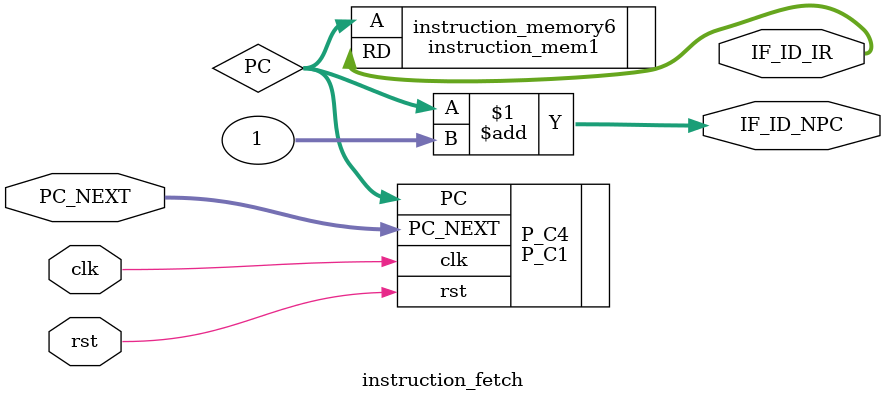
<source format=v>
`timescale 1ns / 1ps
module instruction_fetch (
PC_NEXT,clk,rst,IF_ID_IR,IF_ID_NPC
);
input clk,rst;
output [31:0] IF_ID_IR,IF_ID_NPC;
input [31:0] PC_NEXT;
wire [31:0] PC;
 
P_C1 P_C4(
    .clk(clk),
    .rst(rst),
    .PC_NEXT(PC_NEXT),
    .PC(PC)
);
instruction_mem1 instruction_memory6(
    .A(PC),
    .RD(IF_ID_IR)
);
assign IF_ID_NPC=PC+1;
endmodule
</source>
